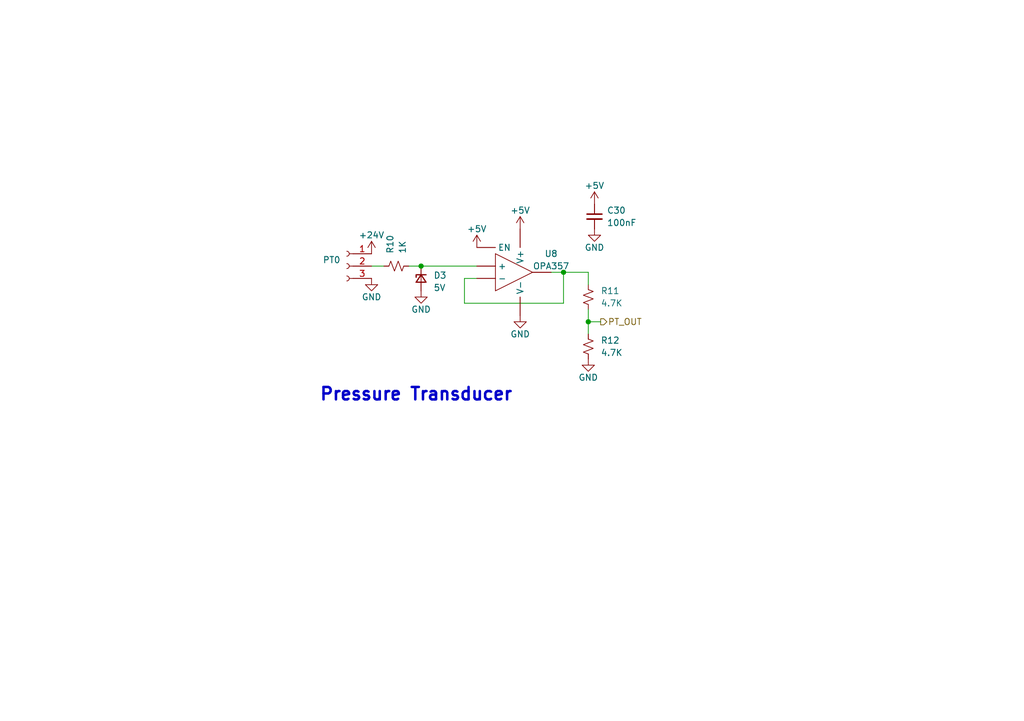
<source format=kicad_sch>
(kicad_sch (version 20230121) (generator eeschema)
  (paper "A5")
  (lib_symbols
    (symbol "Connector:Conn_01x03_Female" (pin_names (offset 1.016) hide)
      (property "Reference" "J" (at 0 5.08 0))
      (property "Value" "Conn_01x03_Female" (at 0 -5.08 0))
      (symbol "Conn_01x03_Female_1_1"
        (arc (start 0 -2.032) (mid -0.5058 -2.54) (end 0 -3.048) (stroke (width 0.1524)))
        (polyline (pts (xy -1.27 -2.54) (xy -0.508 -2.54)) (stroke (width 0.1524)))
        (polyline (pts (xy -1.27 0) (xy -0.508 0)) (stroke (width 0.1524)))
        (polyline (pts (xy -1.27 2.54) (xy -0.508 2.54)) (stroke (width 0.1524)))
        (arc (start 0 0.508) (mid -0.5058 0) (end 0 -0.508) (stroke (width 0.1524)))
        (arc (start 0 3.048) (mid -0.5058 2.54) (end 0 2.032) (stroke (width 0.1524)))
        (pin passive line (at -5.08 2.54 0) (length 3.81) (name "Pin_1") (number "1"))
        (pin passive line (at -5.08 0 0) (length 3.81) (name "Pin_2") (number "2"))
        (pin passive line (at -5.08 -2.54 0) (length 3.81) (name "Pin_3") (number "3"))
      )
    )
    (symbol "Device:C_Small" (pin_numbers hide) (pin_names (offset 0.254) hide)
      (property "Reference" "C" (at 0.254 1.778 0))
      (property "Value" "C_Small" (at 0.254 -2.032 0))
      (symbol "C_Small_0_1"
        (polyline (pts (xy -1.524 -0.508) (xy 1.524 -0.508)) (stroke (width 0.3302)))
        (polyline (pts (xy -1.524 0.508) (xy 1.524 0.508)) (stroke (width 0.3048)))
      )
      (symbol "C_Small_1_1"
        (pin passive line (at 0 2.54 270) (length 2.032) (name "~") (number "1"))
        (pin passive line (at 0 -2.54 90) (length 2.032) (name "~") (number "2"))
      )
    )
    (symbol "Device:D_Zener_Small" (pin_numbers hide) (pin_names (offset 0.254) hide)
      (property "Reference" "D" (at 0 2.286 0))
      (property "Value" "D_Zener_Small" (at 0 -2.286 0))
      (symbol "D_Zener_Small_0_1"
        (polyline (pts (xy 0.762 0) (xy -0.762 0)))
        (polyline (pts (xy -0.254 1.016) (xy -0.762 1.016) (xy -0.762 -1.016)) (stroke (width 0.254)))
        (polyline (pts (xy 0.762 1.016) (xy -0.762 0) (xy 0.762 -1.016) (xy 0.762 1.016)) (stroke (width 0.254)))
      )
      (symbol "D_Zener_Small_1_1"
        (pin passive line (at -2.54 0 0) (length 1.778) (name "K") (number "1"))
        (pin passive line (at 2.54 0 180) (length 1.778) (name "A") (number "2"))
      )
    )
    (symbol "Device:R_Small_US" (pin_numbers hide) (pin_names (offset 0.254) hide)
      (property "Reference" "R" (at 0.762 0.508 0))
      (property "Value" "R_Small_US" (at 0.762 -1.016 0))
      (symbol "R_Small_US_1_1"
        (polyline (pts (xy 0 0) (xy 1.016 -0.381) (xy 0 -0.762) (xy -1.016 -1.143) (xy 0 -1.524)))
        (polyline (pts (xy 0 1.524) (xy 1.016 1.143) (xy 0 0.762) (xy -1.016 0.381) (xy 0 0)))
        (pin passive line (at 0 2.54 270) (length 1.016) (name "~") (number "1"))
        (pin passive line (at 0 -2.54 90) (length 1.016) (name "~") (number "2"))
      )
    )
    (symbol "ECU:OPA357" (pin_numbers hide)
      (property "Reference" "U" (at 8.89 7.62 0))
      (property "Value" "OPA357" (at 8.89 5.08 0))
      (symbol "OPA357_0_1"
        (polyline (pts (xy -2.54 3.81) (xy -2.54 -3.81) (xy 5.08 0) (xy -2.54 3.81)) (stroke (width 0.1524)))
      )
      (symbol "OPA357_1_1"
        (pin output line (at 8.89 0 180) (length 3.81) (name "") (number "1"))
        (pin power_in line (at 2.54 -8.89 90) (length 3.81) (name "V-") (number "2"))
        (pin input line (at -6.35 1.27 0) (length 3.81) (name "+") (number "3"))
        (pin input line (at -6.35 -1.27 0) (length 3.81) (name "-") (number "4"))
        (pin input line (at -6.35 5.08 0) (length 3.81) (name "EN") (number "5"))
        (pin power_in line (at 2.54 8.89 270) (length 3.81) (name "V+") (number "6"))
      )
    )
    (symbol "power:+24V" (power) (pin_names (offset 0))
      (property "Value" "+24V" (at 0 3.556 0))
      (symbol "+24V_0_1"
        (polyline (pts (xy -0.762 1.27) (xy 0 2.54)))
        (polyline (pts (xy 0 0) (xy 0 2.54)))
        (polyline (pts (xy 0 2.54) (xy 0.762 1.27)))
      )
      (symbol "+24V_1_1"
        (pin power_in line (at 0 0 90) (length 0) hide (name "+24V") (number "1"))
      )
    )
    (symbol "power:+5V" (power) (pin_names (offset 0))
      (property "Value" "+5V" (at 0 3.556 0))
      (symbol "+5V_0_1"
        (polyline (pts (xy -0.762 1.27) (xy 0 2.54)))
        (polyline (pts (xy 0 0) (xy 0 2.54)))
        (polyline (pts (xy 0 2.54) (xy 0.762 1.27)))
      )
      (symbol "+5V_1_1"
        (pin power_in line (at 0 0 90) (length 0) hide (name "+5V") (number "1"))
      )
    )
    (symbol "power:GND" (power) (pin_names (offset 0))
      (property "Value" "GND" (at 0 -3.81 0))
      (symbol "GND_0_1"
        (polyline (pts (xy 0 0) (xy 0 -1.27) (xy 1.27 -1.27) (xy 0 -2.54) (xy -1.27 -1.27) (xy 0 -1.27)))
      )
      (symbol "GND_1_1"
        (pin power_in line (at 0 0 270) (length 0) hide (name "GND") (number "1"))
      )
    )
  )
  (junction (at 115.57 55.88))
  (junction (at 120.65 66.04))
  (junction (at 86.36 54.61))
  (wire (pts (xy 97.79 57.15) (xy 95.25 57.15)))
  (wire (pts (xy 76.2 54.61) (xy 78.74 54.61)))
  (wire (pts (xy 95.25 57.15) (xy 95.25 62.23)))
  (wire (pts (xy 83.82 54.61) (xy 86.36 54.61)))
  (wire (pts (xy 120.65 66.04) (xy 120.65 68.58)))
  (wire (pts (xy 120.65 63.5) (xy 120.65 66.04)))
  (wire (pts (xy 120.65 66.04) (xy 123.19 66.04)))
  (wire (pts (xy 95.25 62.23) (xy 115.57 62.23)))
  (wire (pts (xy 120.65 55.88) (xy 120.65 58.42)))
  (wire (pts (xy 115.57 55.88) (xy 120.65 55.88)))
  (wire (pts (xy 115.57 55.88) (xy 113.03 55.88)))
  (wire (pts (xy 86.36 54.61) (xy 97.79 54.61)))
  (wire (pts (xy 115.57 62.23) (xy 115.57 55.88)))
  (text "Pressure Transducer" (at 65.405 82.55 0) (effects (font (size 2.55 2.55) (thickness 0.51) bold) (justify left bottom)))
  (hierarchical_label "PT_OUT" (shape output) (at 123.19 66.04 0))
  (symbol (lib_id "power:GND") (at 76.2 57.15 0) (unit 1)
    (property "Reference" "#PWR098" (effects hide))
    (property "Value" "GND" (at 76.2 60.96 0))
    (instances (project "ECU_2.0_Proto1" (path "" (reference "#PWR098") (unit 1))) (project "ECU" (path "" (reference "#PWR098") (unit 1))) (project "PT_reading" (path "" (reference "#PWR026") (unit 1))) (project "rocket2-gse" (path "" (reference "#PWR049") (unit 1))) (project "ECU_1.0_Final" (path "" (reference "#PWR042") (unit 1))) (project "rocket2-gse-hardware" (path "" (reference "#PWR0130") (unit 1)) (path "" (reference "#PWR0139") (unit 1)) (path "" (reference "#PWR0121") (unit 1)) (path "" (reference "#PWR0112") (unit 1))))
  )
  (symbol (lib_id "Connector:Conn_01x03_Female") (at 71.12 54.61 0) (mirror y) (unit 1)
    (property "Reference" "PT0" (at 69.85 53.34 0) (effects (justify left)))
    (property "Value" "Pressure Transducer 1" (effects hide))
    (property "Footprint" "TerminalBlock:TerminalBlock_bornier-3_P5.08mm" (effects hide))
    (property "Manufacturer" "Generic" (effects hide))
    (property "Part #" "Generic 3x5.08 Screw Terminal" (effects hide))
    (instances (project "ECU_2.0_Proto1" (path "" (reference "PT0") (unit 1))) (project "ECU" (path "" (reference "J16") (unit 1))) (project "PT_reading" (path "" (reference "PT1") (unit 1))) (project "rocket2-gse" (path "" (reference "PT1") (unit 1))) (project "ECU_1.0_Final" (path "" (reference "PT1") (unit 1))) (project "rocket2-gse-hardware" (path "" (reference "PT3") (unit 1)) (path "" (reference "PT4") (unit 1)) (path "" (reference "PT2") (unit 1)) (path "" (reference "PT1") (unit 1))))
  )
  (symbol (lib_id "Device:R_Small_US") (at 81.28 54.61 90) (unit 1)
    (property "Reference" "R10" (at 80.01 52.07 0) (effects (justify left)))
    (property "Value" "1K" (at 82.55 52.07 0) (effects (justify left)))
    (property "Footprint" "Resistor_SMD:R_0402_1005Metric" (effects hide))
    (property "Manufacturer" "Generic" (effects hide))
    (property "Part #" "Generic 1K 0402 Resistor" (effects hide))
    (instances (project "ECU_2.0_Proto1" (path "" (reference "R10") (unit 1))) (project "ECU" (path "" (reference "R16") (unit 1))) (project "PT_reading" (path "" (reference "R18") (unit 1))) (project "rocket2-gse" (path "" (reference "R10") (unit 1))) (project "ECU_1.0_Final" (path "" (reference "R10") (unit 1))) (project "rocket2-gse-hardware" (path "" (reference "R39") (unit 1)) (path "" (reference "R42") (unit 1)) (path "" (reference "R36") (unit 1)) (path "" (reference "R33") (unit 1))))
  )
  (symbol (lib_id "power:+24V") (at 76.2 52.07 0) (unit 1)
    (property "Reference" "#PWR097" (effects hide))
    (property "Value" "+24V" (at 76.2 48.26 0))
    (instances (project "ECU_2.0_Proto1" (path "" (reference "#PWR097") (unit 1))) (project "ECU" (path "" (reference "#PWR097") (unit 1))) (project "PT_reading" (path "" (reference "#PWR025") (unit 1))) (project "rocket2-gse" (path "" (reference "#PWR048") (unit 1))) (project "ECU_1.0_Final" (path "" (reference "#PWR041") (unit 1))) (project "rocket2-gse-hardware" (path "" (reference "#PWR0129") (unit 1)) (path "" (reference "#PWR0138") (unit 1)) (path "" (reference "#PWR0120") (unit 1)) (path "" (reference "#PWR0111") (unit 1))))
  )
  (symbol (lib_id "Device:R_Small_US") (at 120.65 60.96 0) (unit 1)
    (property "Reference" "R11" (at 123.19 59.69 0) (effects (justify left)))
    (property "Value" "4.7K" (at 123.19 62.23 0) (effects (justify left)))
    (property "Footprint" "Resistor_SMD:R_0402_1005Metric" (effects hide))
    (property "Manufacturer" "Generic" (effects hide))
    (property "Part #" "Generic 4.7K 0402 Resistor" (effects hide))
    (instances (project "ECU_2.0_Proto1" (path "" (reference "R11") (unit 1))) (project "ECU" (path "" (reference "R15") (unit 1))) (project "PT_reading" (path "" (reference "R4") (unit 1))) (project "rocket2-gse" (path "" (reference "R15") (unit 1))) (project "ECU_1.0_Final" (path "" (reference "R11") (unit 1))) (project "rocket2-gse-hardware" (path "" (reference "R40") (unit 1)) (path "" (reference "R43") (unit 1)) (path "" (reference "R37") (unit 1)) (path "" (reference "R34") (unit 1))))
  )
  (symbol (lib_id "Device:C_Small") (at 121.92 44.45 0) (unit 1)
    (property "Reference" "C30" (at 124.46 43.18 0) (effects (justify left)))
    (property "Value" "100nF" (at 124.46 45.72 0) (effects (justify left)))
    (property "Footprint" "Capacitor_SMD:C_0402_1005Metric" (effects hide))
    (property "Manufacturer" "Generic" (effects hide))
    (property "Part #" "Generic 100nF 0402 Capacitor" (effects hide))
    (instances (project "ECU_2.0_Proto1" (path "" (reference "C30") (unit 1))) (project "ECU" (path "" (reference "C15") (unit 1))) (project "PT_reading" (path "" (reference "C11") (unit 1))) (project "rocket2-gse" (path "" (reference "C10") (unit 1))) (project "ECU_1.0_Final" (path "" (reference "C16") (unit 1))) (project "rocket2-gse-hardware" (path "" (reference "C14") (unit 1)) (path "" (reference "C15") (unit 1)) (path "" (reference "C13") (unit 1)) (path "" (reference "C12") (unit 1))))
  )
  (symbol (lib_id "power:+5V") (at 121.92 41.91 0) (unit 1)
    (property "Reference" "#PWR0121" (effects hide))
    (property "Value" "+5V" (at 121.92 38.1 0))
    (instances (project "ECU_2.0_Proto1" (path "" (reference "#PWR0121") (unit 1))) (project "ECU" (path "" (reference "#PWR0109") (unit 1))) (project "PT_reading" (path "" (reference "#PWR031") (unit 1))) (project "rocket2-gse" (path "" (reference "#PWR069") (unit 1))) (project "ECU_1.0_Final" (path "" (reference "#PWR070") (unit 1))) (project "rocket2-gse-hardware" (path "" (reference "#PWR0136") (unit 1)) (path "" (reference "#PWR0145") (unit 1)) (path "" (reference "#PWR0127") (unit 1)) (path "" (reference "#PWR0118") (unit 1))))
  )
  (symbol (lib_id "power:GND") (at 120.65 73.66 0) (unit 1)
    (property "Reference" "#PWR0118" (effects hide))
    (property "Value" "GND" (at 120.65 77.47 0))
    (instances (project "ECU_2.0_Proto1" (path "" (reference "#PWR0118") (unit 1))) (project "ECU" (path "" (reference "#PWR0107") (unit 1))) (project "PT_reading" (path "" (reference "#PWR030") (unit 1))) (project "rocket2-gse" (path "" (reference "#PWR068") (unit 1))) (project "ECU_1.0_Final" (path "" (reference "#PWR069") (unit 1))) (project "rocket2-gse-hardware" (path "" (reference "#PWR0135") (unit 1)) (path "" (reference "#PWR0144") (unit 1)) (path "" (reference "#PWR0126") (unit 1)) (path "" (reference "#PWR0117") (unit 1))))
  )
  (symbol (lib_id "power:GND") (at 86.36 59.69 0) (unit 1)
    (property "Reference" "#PWR0103" (effects hide))
    (property "Value" "GND" (at 86.36 63.5 0))
    (instances (project "ECU_2.0_Proto1" (path "" (reference "#PWR0103") (unit 1))) (project "ECU" (path "" (reference "#PWR098") (unit 1))) (project "PT_reading" (path "" (reference "#PWR069") (unit 1))) (project "rocket2-gse" (path "" (reference "#PWR056") (unit 1))) (project "ECU_1.0_Final" (path "" (reference "#PWR065") (unit 1))) (project "rocket2-gse-hardware" (path "" (reference "#PWR0131") (unit 1)) (path "" (reference "#PWR0140") (unit 1)) (path "" (reference "#PWR0122") (unit 1)) (path "" (reference "#PWR0113") (unit 1))))
  )
  (symbol (lib_id "power:+5V") (at 97.79 50.8 0) (unit 1)
    (property "Reference" "#PWR0108" (effects hide))
    (property "Value" "+5V" (at 97.79 46.99 0))
    (instances (project "ECU_2.0_Proto1" (path "" (reference "#PWR0108") (unit 1))) (project "ECU" (path "" (reference "#PWR0101") (unit 1))) (project "PT_reading" (path "" (reference "#PWR027") (unit 1))) (project "rocket2-gse" (path "" (reference "#PWR059") (unit 1))) (project "ECU_1.0_Final" (path "" (reference "#PWR066") (unit 1))) (project "rocket2-gse-hardware" (path "" (reference "#PWR0132") (unit 1)) (path "" (reference "#PWR0141") (unit 1)) (path "" (reference "#PWR0123") (unit 1)) (path "" (reference "#PWR0114") (unit 1))))
  )
  (symbol (lib_id "power:GND") (at 121.92 46.99 0) (unit 1)
    (property "Reference" "#PWR0122" (effects hide))
    (property "Value" "GND" (at 121.92 50.8 0))
    (instances (project "ECU_2.0_Proto1" (path "" (reference "#PWR0122") (unit 1))) (project "ECU" (path "" (reference "#PWR0110") (unit 1))) (project "PT_reading" (path "" (reference "#PWR032") (unit 1))) (project "rocket2-gse" (path "" (reference "#PWR070") (unit 1))) (project "ECU_1.0_Final" (path "" (reference "#PWR071") (unit 1))) (project "rocket2-gse-hardware" (path "" (reference "#PWR0137") (unit 1)) (path "" (reference "#PWR0146") (unit 1)) (path "" (reference "#PWR0128") (unit 1)) (path "" (reference "#PWR0119") (unit 1))))
  )
  (symbol (lib_id "power:+5V") (at 106.68 46.99 0) (unit 1)
    (property "Reference" "#PWR0113" (effects hide))
    (property "Value" "+5V" (at 106.68 43.18 0))
    (instances (project "ECU_2.0_Proto1" (path "" (reference "#PWR0113") (unit 1))) (project "ECU" (path "" (reference "#PWR0103") (unit 1))) (project "PT_reading" (path "" (reference "#PWR028") (unit 1))) (project "rocket2-gse" (path "" (reference "#PWR062") (unit 1))) (project "ECU_1.0_Final" (path "" (reference "#PWR067") (unit 1))) (project "rocket2-gse-hardware" (path "" (reference "#PWR0133") (unit 1)) (path "" (reference "#PWR0142") (unit 1)) (path "" (reference "#PWR0124") (unit 1)) (path "" (reference "#PWR0115") (unit 1))))
  )
  (symbol (lib_id "ECU:OPA357") (at 104.14 55.88 0) (unit 1)
    (property "Reference" "U8" (at 113.03 52.07 0))
    (property "Value" "OPA357" (at 113.03 54.61 0))
    (property "Footprint" "Package_TO_SOT_SMD:SOT-23-6" (effects hide))
    (property "Datasheet" "https://rocelec.widen.net/view/pdf/tqd35j5qps/opa2357.pdf?t.download=true&u=5oefqw" (effects hide))
    (property "Manufacturer" "TI" (effects hide))
    (property "Part #" "OPA357AIDBVT" (effects hide))
    (instances (project "ECU_2.0_Proto1" (path "" (reference "U8") (unit 1))) (project "ECU" (path "" (reference "U12") (unit 1))) (project "PT_reading" (path "" (reference "U3") (unit 1))) (project "rocket2-gse" (path "" (reference "U3") (unit 1))) (project "ECU_1.0_Final" (path "" (reference "U6") (unit 1))) (project "rocket2-gse-hardware" (path "" (reference "U15") (unit 1)) (path "" (reference "U16") (unit 1)) (path "" (reference "U14") (unit 1)) (path "" (reference "U13") (unit 1))))
  )
  (symbol (lib_id "power:GND") (at 106.68 64.77 0) (unit 1)
    (property "Reference" "#PWR0114" (effects hide))
    (property "Value" "GND" (at 106.68 68.58 0))
    (instances (project "ECU_2.0_Proto1" (path "" (reference "#PWR0114") (unit 1))) (project "ECU" (path "" (reference "#PWR0104") (unit 1))) (project "PT_reading" (path "" (reference "#PWR029") (unit 1))) (project "rocket2-gse" (path "" (reference "#PWR063") (unit 1))) (project "ECU_1.0_Final" (path "" (reference "#PWR068") (unit 1))) (project "rocket2-gse-hardware" (path "" (reference "#PWR0134") (unit 1)) (path "" (reference "#PWR0143") (unit 1)) (path "" (reference "#PWR0125") (unit 1)) (path "" (reference "#PWR0116") (unit 1))))
  )
  (symbol (lib_id "Device:D_Zener_Small") (at 86.36 57.15 90) (mirror x) (unit 1)
    (property "Reference" "D3" (at 88.9 56.515 90) (effects (justify right)))
    (property "Value" "5V" (at 88.9 59.055 90) (effects (justify right)))
    (property "Footprint" "Diode_SMD:D_MiniMELF" (effects hide))
    (property "Datasheet" "https://assets.nexperia.com/documents/data-sheet/BZV55_SER.pdf" (effects hide))
    (property "Manufacturer" "Nexperia USA Inc." (effects hide))
    (property "Part #" "BZV55-B5V1,115" (effects hide))
    (instances (project "ECU_2.0_Proto1" (path "" (reference "D3") (unit 1))) (project "PT_reading" (path "" (reference "D6") (unit 1))) (project "rocket2-gse" (path "" (reference "D7") (unit 1))) (project "ECU_1.0_Final" (path "" (reference "D4") (unit 1))) (project "rocket2-gse-hardware" (path "" (reference "D25") (unit 1)) (path "" (reference "D26") (unit 1)) (path "" (reference "D24") (unit 1)) (path "" (reference "D23") (unit 1))))
  )
  (symbol (lib_id "Device:R_Small_US") (at 120.65 71.12 0) (unit 1)
    (property "Reference" "R12" (at 123.19 69.85 0) (effects (justify left)))
    (property "Value" "4.7K" (at 123.19 72.39 0) (effects (justify left)))
    (property "Footprint" "Resistor_SMD:R_0402_1005Metric" (effects hide))
    (property "Manufacturer" "Generic" (effects hide))
    (property "Part #" "Generic 4.7K 0402 Resistor" (effects hide))
    (instances (project "ECU_2.0_Proto1" (path "" (reference "R12") (unit 1))) (project "ECU" (path "" (reference "R16") (unit 1))) (project "PT_reading" (path "" (reference "R5") (unit 1))) (project "rocket2-gse" (path "" (reference "R16") (unit 1))) (project "ECU_1.0_Final" (path "" (reference "R12") (unit 1))) (project "rocket2-gse-hardware" (path "" (reference "R41") (unit 1)) (path "" (reference "R44") (unit 1)) (path "" (reference "R38") (unit 1)) (path "" (reference "R35") (unit 1))))
  )
)
</source>
